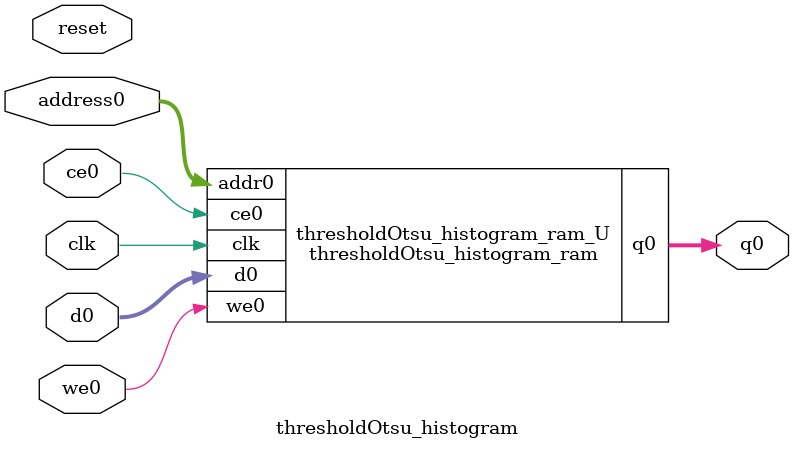
<source format=v>
`timescale 1 ns / 1 ps
module thresholdOtsu_histogram_ram (addr0, ce0, d0, we0, q0,  clk);

parameter DWIDTH = 32;
parameter AWIDTH = 8;
parameter MEM_SIZE = 256;

input[AWIDTH-1:0] addr0;
input ce0;
input[DWIDTH-1:0] d0;
input we0;
output reg[DWIDTH-1:0] q0;
input clk;

(* ram_style = "block" *)reg [DWIDTH-1:0] ram[0:MEM_SIZE-1];




always @(posedge clk)  
begin 
    if (ce0) 
    begin
        if (we0) 
        begin 
            ram[addr0] <= d0; 
        end 
        q0 <= ram[addr0];
    end
end


endmodule

`timescale 1 ns / 1 ps
module thresholdOtsu_histogram(
    reset,
    clk,
    address0,
    ce0,
    we0,
    d0,
    q0);

parameter DataWidth = 32'd32;
parameter AddressRange = 32'd256;
parameter AddressWidth = 32'd8;
input reset;
input clk;
input[AddressWidth - 1:0] address0;
input ce0;
input we0;
input[DataWidth - 1:0] d0;
output[DataWidth - 1:0] q0;



thresholdOtsu_histogram_ram thresholdOtsu_histogram_ram_U(
    .clk( clk ),
    .addr0( address0 ),
    .ce0( ce0 ),
    .we0( we0 ),
    .d0( d0 ),
    .q0( q0 ));

endmodule


</source>
